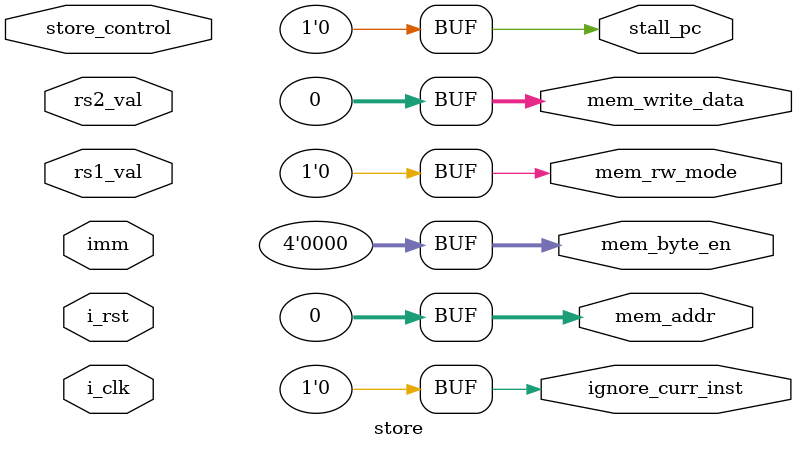
<source format=sv>

`ifndef FILE_INCL
    `include "processor_defines.sv"
`endif

module store(
    input logic i_clk,
    input logic i_rst,
    input logic [31:0] rs1_val,
    input logic [31:0] rs2_val,
    input logic [31:0] imm,
    input logic [2:0] store_control,
    output logic stall_pc,
    output logic ignore_curr_inst,
    output logic mem_rw_mode,
    output logic [31:0] mem_addr,
    output logic [31:0] mem_write_data,
    output logic [3:0] mem_byte_en
);

// Edit the code here begin ---------------------------------------------------

    assign stall_pc = 'b0;
    assign ignore_curr_inst = 'b0;
    assign mem_rw_mode = 'b0;
    assign mem_addr = 'b0;
    assign mem_write_data = 'b0;
    assign mem_byte_en = 'b0;
    
// Edit the code here end -----------------------------------------------------

/*
	Following section is necessary for dumping waveforms. This is needed for debug and simulations
*/

`ifndef SUBMODULE_DISABLE_WAVES
    initial begin
        $dumpfile("./sim_build/store.vcd");
        $dumpvars(0, store);
    end
`endif

endmodule

</source>
